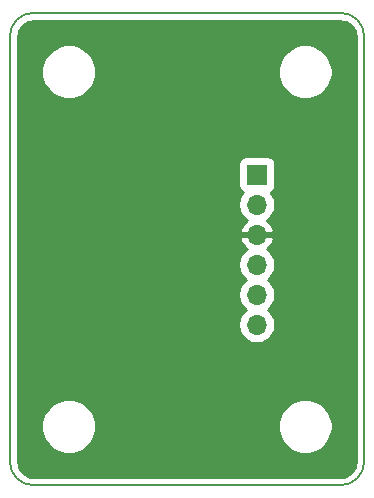
<source format=gbr>
G04 #@! TF.GenerationSoftware,KiCad,Pcbnew,5.1.6-c6e7f7d~86~ubuntu20.04.1*
G04 #@! TF.CreationDate,2020-05-17T01:17:36+03:00*
G04 #@! TF.ProjectId,PIC-ICSP-504050,5049432d-4943-4535-902d-353034303530,v1.0*
G04 #@! TF.SameCoordinates,Original*
G04 #@! TF.FileFunction,Copper,L2,Bot*
G04 #@! TF.FilePolarity,Positive*
%FSLAX46Y46*%
G04 Gerber Fmt 4.6, Leading zero omitted, Abs format (unit mm)*
G04 Created by KiCad (PCBNEW 5.1.6-c6e7f7d~86~ubuntu20.04.1) date 2020-05-17 01:17:36*
%MOMM*%
%LPD*%
G01*
G04 APERTURE LIST*
G04 #@! TA.AperFunction,Profile*
%ADD10C,0.150000*%
G04 #@! TD*
G04 #@! TA.AperFunction,ComponentPad*
%ADD11R,1.700000X1.700000*%
G04 #@! TD*
G04 #@! TA.AperFunction,ComponentPad*
%ADD12O,1.700000X1.700000*%
G04 #@! TD*
G04 #@! TA.AperFunction,Conductor*
%ADD13C,0.254000*%
G04 #@! TD*
G04 APERTURE END LIST*
D10*
X78000000Y-50000000D02*
G75*
G02*
X80000000Y-52000000I0J-2000000D01*
G01*
X80000000Y-88000000D02*
G75*
G02*
X78000000Y-90000000I-2000000J0D01*
G01*
X52000000Y-90000000D02*
G75*
G02*
X50000000Y-88000000I0J2000000D01*
G01*
X50000000Y-52000000D02*
G75*
G02*
X52000000Y-50000000I2000000J0D01*
G01*
X50000000Y-88000000D02*
X50000000Y-52000000D01*
X52000000Y-90000000D02*
X78000000Y-90000000D01*
X80000000Y-52000000D02*
X80000000Y-88000000D01*
X52000000Y-50000000D02*
X78000000Y-50000000D01*
D11*
X70900000Y-63700000D03*
D12*
X70900000Y-66240000D03*
X70900000Y-68780000D03*
X70900000Y-71320000D03*
X70900000Y-73860000D03*
X70900000Y-76400000D03*
D13*
G36*
X78249899Y-50737907D02*
G01*
X78490285Y-50810484D01*
X78711991Y-50928368D01*
X78906577Y-51087068D01*
X79066635Y-51280545D01*
X79186064Y-51501424D01*
X79260317Y-51741297D01*
X79290000Y-52023716D01*
X79290001Y-87965269D01*
X79262093Y-88249899D01*
X79189517Y-88490282D01*
X79071633Y-88711989D01*
X78912929Y-88906580D01*
X78719455Y-89066635D01*
X78498576Y-89186064D01*
X78258701Y-89260317D01*
X77976291Y-89290000D01*
X52034721Y-89290000D01*
X51750101Y-89262093D01*
X51509718Y-89189517D01*
X51288011Y-89071633D01*
X51093420Y-88912929D01*
X50933365Y-88719455D01*
X50813936Y-88498576D01*
X50739683Y-88258701D01*
X50710000Y-87976291D01*
X50710000Y-84770811D01*
X52673000Y-84770811D01*
X52673000Y-85229189D01*
X52762426Y-85678761D01*
X52937840Y-86102248D01*
X53192501Y-86483376D01*
X53516624Y-86807499D01*
X53897752Y-87062160D01*
X54321239Y-87237574D01*
X54770811Y-87327000D01*
X55229189Y-87327000D01*
X55678761Y-87237574D01*
X56102248Y-87062160D01*
X56483376Y-86807499D01*
X56807499Y-86483376D01*
X57062160Y-86102248D01*
X57237574Y-85678761D01*
X57327000Y-85229189D01*
X57327000Y-84770811D01*
X72673000Y-84770811D01*
X72673000Y-85229189D01*
X72762426Y-85678761D01*
X72937840Y-86102248D01*
X73192501Y-86483376D01*
X73516624Y-86807499D01*
X73897752Y-87062160D01*
X74321239Y-87237574D01*
X74770811Y-87327000D01*
X75229189Y-87327000D01*
X75678761Y-87237574D01*
X76102248Y-87062160D01*
X76483376Y-86807499D01*
X76807499Y-86483376D01*
X77062160Y-86102248D01*
X77237574Y-85678761D01*
X77327000Y-85229189D01*
X77327000Y-84770811D01*
X77237574Y-84321239D01*
X77062160Y-83897752D01*
X76807499Y-83516624D01*
X76483376Y-83192501D01*
X76102248Y-82937840D01*
X75678761Y-82762426D01*
X75229189Y-82673000D01*
X74770811Y-82673000D01*
X74321239Y-82762426D01*
X73897752Y-82937840D01*
X73516624Y-83192501D01*
X73192501Y-83516624D01*
X72937840Y-83897752D01*
X72762426Y-84321239D01*
X72673000Y-84770811D01*
X57327000Y-84770811D01*
X57237574Y-84321239D01*
X57062160Y-83897752D01*
X56807499Y-83516624D01*
X56483376Y-83192501D01*
X56102248Y-82937840D01*
X55678761Y-82762426D01*
X55229189Y-82673000D01*
X54770811Y-82673000D01*
X54321239Y-82762426D01*
X53897752Y-82937840D01*
X53516624Y-83192501D01*
X53192501Y-83516624D01*
X52937840Y-83897752D01*
X52762426Y-84321239D01*
X52673000Y-84770811D01*
X50710000Y-84770811D01*
X50710000Y-71164679D01*
X69323000Y-71164679D01*
X69323000Y-71475321D01*
X69383604Y-71779994D01*
X69502481Y-72066989D01*
X69675064Y-72325279D01*
X69894721Y-72544936D01*
X69962164Y-72590000D01*
X69894721Y-72635064D01*
X69675064Y-72854721D01*
X69502481Y-73113011D01*
X69383604Y-73400006D01*
X69323000Y-73704679D01*
X69323000Y-74015321D01*
X69383604Y-74319994D01*
X69502481Y-74606989D01*
X69675064Y-74865279D01*
X69894721Y-75084936D01*
X69962164Y-75130000D01*
X69894721Y-75175064D01*
X69675064Y-75394721D01*
X69502481Y-75653011D01*
X69383604Y-75940006D01*
X69323000Y-76244679D01*
X69323000Y-76555321D01*
X69383604Y-76859994D01*
X69502481Y-77146989D01*
X69675064Y-77405279D01*
X69894721Y-77624936D01*
X70153011Y-77797519D01*
X70440006Y-77916396D01*
X70744679Y-77977000D01*
X71055321Y-77977000D01*
X71359994Y-77916396D01*
X71646989Y-77797519D01*
X71905279Y-77624936D01*
X72124936Y-77405279D01*
X72297519Y-77146989D01*
X72416396Y-76859994D01*
X72477000Y-76555321D01*
X72477000Y-76244679D01*
X72416396Y-75940006D01*
X72297519Y-75653011D01*
X72124936Y-75394721D01*
X71905279Y-75175064D01*
X71837836Y-75130000D01*
X71905279Y-75084936D01*
X72124936Y-74865279D01*
X72297519Y-74606989D01*
X72416396Y-74319994D01*
X72477000Y-74015321D01*
X72477000Y-73704679D01*
X72416396Y-73400006D01*
X72297519Y-73113011D01*
X72124936Y-72854721D01*
X71905279Y-72635064D01*
X71837836Y-72590000D01*
X71905279Y-72544936D01*
X72124936Y-72325279D01*
X72297519Y-72066989D01*
X72416396Y-71779994D01*
X72477000Y-71475321D01*
X72477000Y-71164679D01*
X72416396Y-70860006D01*
X72297519Y-70573011D01*
X72124936Y-70314721D01*
X71905279Y-70095064D01*
X71752014Y-69992656D01*
X71781355Y-69975178D01*
X71997588Y-69780269D01*
X72171641Y-69546920D01*
X72296825Y-69284099D01*
X72341476Y-69136890D01*
X72220155Y-68907000D01*
X71027000Y-68907000D01*
X71027000Y-68927000D01*
X70773000Y-68927000D01*
X70773000Y-68907000D01*
X69579845Y-68907000D01*
X69458524Y-69136890D01*
X69503175Y-69284099D01*
X69628359Y-69546920D01*
X69802412Y-69780269D01*
X70018645Y-69975178D01*
X70047986Y-69992656D01*
X69894721Y-70095064D01*
X69675064Y-70314721D01*
X69502481Y-70573011D01*
X69383604Y-70860006D01*
X69323000Y-71164679D01*
X50710000Y-71164679D01*
X50710000Y-62850000D01*
X69319483Y-62850000D01*
X69319483Y-64550000D01*
X69333520Y-64692517D01*
X69375090Y-64829557D01*
X69442597Y-64955853D01*
X69533446Y-65066554D01*
X69644147Y-65157403D01*
X69714681Y-65195104D01*
X69675064Y-65234721D01*
X69502481Y-65493011D01*
X69383604Y-65780006D01*
X69323000Y-66084679D01*
X69323000Y-66395321D01*
X69383604Y-66699994D01*
X69502481Y-66986989D01*
X69675064Y-67245279D01*
X69894721Y-67464936D01*
X70047986Y-67567344D01*
X70018645Y-67584822D01*
X69802412Y-67779731D01*
X69628359Y-68013080D01*
X69503175Y-68275901D01*
X69458524Y-68423110D01*
X69579845Y-68653000D01*
X70773000Y-68653000D01*
X70773000Y-68633000D01*
X71027000Y-68633000D01*
X71027000Y-68653000D01*
X72220155Y-68653000D01*
X72341476Y-68423110D01*
X72296825Y-68275901D01*
X72171641Y-68013080D01*
X71997588Y-67779731D01*
X71781355Y-67584822D01*
X71752014Y-67567344D01*
X71905279Y-67464936D01*
X72124936Y-67245279D01*
X72297519Y-66986989D01*
X72416396Y-66699994D01*
X72477000Y-66395321D01*
X72477000Y-66084679D01*
X72416396Y-65780006D01*
X72297519Y-65493011D01*
X72124936Y-65234721D01*
X72085319Y-65195104D01*
X72155853Y-65157403D01*
X72266554Y-65066554D01*
X72357403Y-64955853D01*
X72424910Y-64829557D01*
X72466480Y-64692517D01*
X72480517Y-64550000D01*
X72480517Y-62850000D01*
X72466480Y-62707483D01*
X72424910Y-62570443D01*
X72357403Y-62444147D01*
X72266554Y-62333446D01*
X72155853Y-62242597D01*
X72029557Y-62175090D01*
X71892517Y-62133520D01*
X71750000Y-62119483D01*
X70050000Y-62119483D01*
X69907483Y-62133520D01*
X69770443Y-62175090D01*
X69644147Y-62242597D01*
X69533446Y-62333446D01*
X69442597Y-62444147D01*
X69375090Y-62570443D01*
X69333520Y-62707483D01*
X69319483Y-62850000D01*
X50710000Y-62850000D01*
X50710000Y-54770811D01*
X52673000Y-54770811D01*
X52673000Y-55229189D01*
X52762426Y-55678761D01*
X52937840Y-56102248D01*
X53192501Y-56483376D01*
X53516624Y-56807499D01*
X53897752Y-57062160D01*
X54321239Y-57237574D01*
X54770811Y-57327000D01*
X55229189Y-57327000D01*
X55678761Y-57237574D01*
X56102248Y-57062160D01*
X56483376Y-56807499D01*
X56807499Y-56483376D01*
X57062160Y-56102248D01*
X57237574Y-55678761D01*
X57327000Y-55229189D01*
X57327000Y-54770811D01*
X72673000Y-54770811D01*
X72673000Y-55229189D01*
X72762426Y-55678761D01*
X72937840Y-56102248D01*
X73192501Y-56483376D01*
X73516624Y-56807499D01*
X73897752Y-57062160D01*
X74321239Y-57237574D01*
X74770811Y-57327000D01*
X75229189Y-57327000D01*
X75678761Y-57237574D01*
X76102248Y-57062160D01*
X76483376Y-56807499D01*
X76807499Y-56483376D01*
X77062160Y-56102248D01*
X77237574Y-55678761D01*
X77327000Y-55229189D01*
X77327000Y-54770811D01*
X77237574Y-54321239D01*
X77062160Y-53897752D01*
X76807499Y-53516624D01*
X76483376Y-53192501D01*
X76102248Y-52937840D01*
X75678761Y-52762426D01*
X75229189Y-52673000D01*
X74770811Y-52673000D01*
X74321239Y-52762426D01*
X73897752Y-52937840D01*
X73516624Y-53192501D01*
X73192501Y-53516624D01*
X72937840Y-53897752D01*
X72762426Y-54321239D01*
X72673000Y-54770811D01*
X57327000Y-54770811D01*
X57237574Y-54321239D01*
X57062160Y-53897752D01*
X56807499Y-53516624D01*
X56483376Y-53192501D01*
X56102248Y-52937840D01*
X55678761Y-52762426D01*
X55229189Y-52673000D01*
X54770811Y-52673000D01*
X54321239Y-52762426D01*
X53897752Y-52937840D01*
X53516624Y-53192501D01*
X53192501Y-53516624D01*
X52937840Y-53897752D01*
X52762426Y-54321239D01*
X52673000Y-54770811D01*
X50710000Y-54770811D01*
X50710000Y-52034721D01*
X50737907Y-51750101D01*
X50810484Y-51509715D01*
X50928368Y-51288009D01*
X51087068Y-51093423D01*
X51280545Y-50933365D01*
X51501424Y-50813936D01*
X51741297Y-50739683D01*
X52023716Y-50710000D01*
X77965279Y-50710000D01*
X78249899Y-50737907D01*
G37*
X78249899Y-50737907D02*
X78490285Y-50810484D01*
X78711991Y-50928368D01*
X78906577Y-51087068D01*
X79066635Y-51280545D01*
X79186064Y-51501424D01*
X79260317Y-51741297D01*
X79290000Y-52023716D01*
X79290001Y-87965269D01*
X79262093Y-88249899D01*
X79189517Y-88490282D01*
X79071633Y-88711989D01*
X78912929Y-88906580D01*
X78719455Y-89066635D01*
X78498576Y-89186064D01*
X78258701Y-89260317D01*
X77976291Y-89290000D01*
X52034721Y-89290000D01*
X51750101Y-89262093D01*
X51509718Y-89189517D01*
X51288011Y-89071633D01*
X51093420Y-88912929D01*
X50933365Y-88719455D01*
X50813936Y-88498576D01*
X50739683Y-88258701D01*
X50710000Y-87976291D01*
X50710000Y-84770811D01*
X52673000Y-84770811D01*
X52673000Y-85229189D01*
X52762426Y-85678761D01*
X52937840Y-86102248D01*
X53192501Y-86483376D01*
X53516624Y-86807499D01*
X53897752Y-87062160D01*
X54321239Y-87237574D01*
X54770811Y-87327000D01*
X55229189Y-87327000D01*
X55678761Y-87237574D01*
X56102248Y-87062160D01*
X56483376Y-86807499D01*
X56807499Y-86483376D01*
X57062160Y-86102248D01*
X57237574Y-85678761D01*
X57327000Y-85229189D01*
X57327000Y-84770811D01*
X72673000Y-84770811D01*
X72673000Y-85229189D01*
X72762426Y-85678761D01*
X72937840Y-86102248D01*
X73192501Y-86483376D01*
X73516624Y-86807499D01*
X73897752Y-87062160D01*
X74321239Y-87237574D01*
X74770811Y-87327000D01*
X75229189Y-87327000D01*
X75678761Y-87237574D01*
X76102248Y-87062160D01*
X76483376Y-86807499D01*
X76807499Y-86483376D01*
X77062160Y-86102248D01*
X77237574Y-85678761D01*
X77327000Y-85229189D01*
X77327000Y-84770811D01*
X77237574Y-84321239D01*
X77062160Y-83897752D01*
X76807499Y-83516624D01*
X76483376Y-83192501D01*
X76102248Y-82937840D01*
X75678761Y-82762426D01*
X75229189Y-82673000D01*
X74770811Y-82673000D01*
X74321239Y-82762426D01*
X73897752Y-82937840D01*
X73516624Y-83192501D01*
X73192501Y-83516624D01*
X72937840Y-83897752D01*
X72762426Y-84321239D01*
X72673000Y-84770811D01*
X57327000Y-84770811D01*
X57237574Y-84321239D01*
X57062160Y-83897752D01*
X56807499Y-83516624D01*
X56483376Y-83192501D01*
X56102248Y-82937840D01*
X55678761Y-82762426D01*
X55229189Y-82673000D01*
X54770811Y-82673000D01*
X54321239Y-82762426D01*
X53897752Y-82937840D01*
X53516624Y-83192501D01*
X53192501Y-83516624D01*
X52937840Y-83897752D01*
X52762426Y-84321239D01*
X52673000Y-84770811D01*
X50710000Y-84770811D01*
X50710000Y-71164679D01*
X69323000Y-71164679D01*
X69323000Y-71475321D01*
X69383604Y-71779994D01*
X69502481Y-72066989D01*
X69675064Y-72325279D01*
X69894721Y-72544936D01*
X69962164Y-72590000D01*
X69894721Y-72635064D01*
X69675064Y-72854721D01*
X69502481Y-73113011D01*
X69383604Y-73400006D01*
X69323000Y-73704679D01*
X69323000Y-74015321D01*
X69383604Y-74319994D01*
X69502481Y-74606989D01*
X69675064Y-74865279D01*
X69894721Y-75084936D01*
X69962164Y-75130000D01*
X69894721Y-75175064D01*
X69675064Y-75394721D01*
X69502481Y-75653011D01*
X69383604Y-75940006D01*
X69323000Y-76244679D01*
X69323000Y-76555321D01*
X69383604Y-76859994D01*
X69502481Y-77146989D01*
X69675064Y-77405279D01*
X69894721Y-77624936D01*
X70153011Y-77797519D01*
X70440006Y-77916396D01*
X70744679Y-77977000D01*
X71055321Y-77977000D01*
X71359994Y-77916396D01*
X71646989Y-77797519D01*
X71905279Y-77624936D01*
X72124936Y-77405279D01*
X72297519Y-77146989D01*
X72416396Y-76859994D01*
X72477000Y-76555321D01*
X72477000Y-76244679D01*
X72416396Y-75940006D01*
X72297519Y-75653011D01*
X72124936Y-75394721D01*
X71905279Y-75175064D01*
X71837836Y-75130000D01*
X71905279Y-75084936D01*
X72124936Y-74865279D01*
X72297519Y-74606989D01*
X72416396Y-74319994D01*
X72477000Y-74015321D01*
X72477000Y-73704679D01*
X72416396Y-73400006D01*
X72297519Y-73113011D01*
X72124936Y-72854721D01*
X71905279Y-72635064D01*
X71837836Y-72590000D01*
X71905279Y-72544936D01*
X72124936Y-72325279D01*
X72297519Y-72066989D01*
X72416396Y-71779994D01*
X72477000Y-71475321D01*
X72477000Y-71164679D01*
X72416396Y-70860006D01*
X72297519Y-70573011D01*
X72124936Y-70314721D01*
X71905279Y-70095064D01*
X71752014Y-69992656D01*
X71781355Y-69975178D01*
X71997588Y-69780269D01*
X72171641Y-69546920D01*
X72296825Y-69284099D01*
X72341476Y-69136890D01*
X72220155Y-68907000D01*
X71027000Y-68907000D01*
X71027000Y-68927000D01*
X70773000Y-68927000D01*
X70773000Y-68907000D01*
X69579845Y-68907000D01*
X69458524Y-69136890D01*
X69503175Y-69284099D01*
X69628359Y-69546920D01*
X69802412Y-69780269D01*
X70018645Y-69975178D01*
X70047986Y-69992656D01*
X69894721Y-70095064D01*
X69675064Y-70314721D01*
X69502481Y-70573011D01*
X69383604Y-70860006D01*
X69323000Y-71164679D01*
X50710000Y-71164679D01*
X50710000Y-62850000D01*
X69319483Y-62850000D01*
X69319483Y-64550000D01*
X69333520Y-64692517D01*
X69375090Y-64829557D01*
X69442597Y-64955853D01*
X69533446Y-65066554D01*
X69644147Y-65157403D01*
X69714681Y-65195104D01*
X69675064Y-65234721D01*
X69502481Y-65493011D01*
X69383604Y-65780006D01*
X69323000Y-66084679D01*
X69323000Y-66395321D01*
X69383604Y-66699994D01*
X69502481Y-66986989D01*
X69675064Y-67245279D01*
X69894721Y-67464936D01*
X70047986Y-67567344D01*
X70018645Y-67584822D01*
X69802412Y-67779731D01*
X69628359Y-68013080D01*
X69503175Y-68275901D01*
X69458524Y-68423110D01*
X69579845Y-68653000D01*
X70773000Y-68653000D01*
X70773000Y-68633000D01*
X71027000Y-68633000D01*
X71027000Y-68653000D01*
X72220155Y-68653000D01*
X72341476Y-68423110D01*
X72296825Y-68275901D01*
X72171641Y-68013080D01*
X71997588Y-67779731D01*
X71781355Y-67584822D01*
X71752014Y-67567344D01*
X71905279Y-67464936D01*
X72124936Y-67245279D01*
X72297519Y-66986989D01*
X72416396Y-66699994D01*
X72477000Y-66395321D01*
X72477000Y-66084679D01*
X72416396Y-65780006D01*
X72297519Y-65493011D01*
X72124936Y-65234721D01*
X72085319Y-65195104D01*
X72155853Y-65157403D01*
X72266554Y-65066554D01*
X72357403Y-64955853D01*
X72424910Y-64829557D01*
X72466480Y-64692517D01*
X72480517Y-64550000D01*
X72480517Y-62850000D01*
X72466480Y-62707483D01*
X72424910Y-62570443D01*
X72357403Y-62444147D01*
X72266554Y-62333446D01*
X72155853Y-62242597D01*
X72029557Y-62175090D01*
X71892517Y-62133520D01*
X71750000Y-62119483D01*
X70050000Y-62119483D01*
X69907483Y-62133520D01*
X69770443Y-62175090D01*
X69644147Y-62242597D01*
X69533446Y-62333446D01*
X69442597Y-62444147D01*
X69375090Y-62570443D01*
X69333520Y-62707483D01*
X69319483Y-62850000D01*
X50710000Y-62850000D01*
X50710000Y-54770811D01*
X52673000Y-54770811D01*
X52673000Y-55229189D01*
X52762426Y-55678761D01*
X52937840Y-56102248D01*
X53192501Y-56483376D01*
X53516624Y-56807499D01*
X53897752Y-57062160D01*
X54321239Y-57237574D01*
X54770811Y-57327000D01*
X55229189Y-57327000D01*
X55678761Y-57237574D01*
X56102248Y-57062160D01*
X56483376Y-56807499D01*
X56807499Y-56483376D01*
X57062160Y-56102248D01*
X57237574Y-55678761D01*
X57327000Y-55229189D01*
X57327000Y-54770811D01*
X72673000Y-54770811D01*
X72673000Y-55229189D01*
X72762426Y-55678761D01*
X72937840Y-56102248D01*
X73192501Y-56483376D01*
X73516624Y-56807499D01*
X73897752Y-57062160D01*
X74321239Y-57237574D01*
X74770811Y-57327000D01*
X75229189Y-57327000D01*
X75678761Y-57237574D01*
X76102248Y-57062160D01*
X76483376Y-56807499D01*
X76807499Y-56483376D01*
X77062160Y-56102248D01*
X77237574Y-55678761D01*
X77327000Y-55229189D01*
X77327000Y-54770811D01*
X77237574Y-54321239D01*
X77062160Y-53897752D01*
X76807499Y-53516624D01*
X76483376Y-53192501D01*
X76102248Y-52937840D01*
X75678761Y-52762426D01*
X75229189Y-52673000D01*
X74770811Y-52673000D01*
X74321239Y-52762426D01*
X73897752Y-52937840D01*
X73516624Y-53192501D01*
X73192501Y-53516624D01*
X72937840Y-53897752D01*
X72762426Y-54321239D01*
X72673000Y-54770811D01*
X57327000Y-54770811D01*
X57237574Y-54321239D01*
X57062160Y-53897752D01*
X56807499Y-53516624D01*
X56483376Y-53192501D01*
X56102248Y-52937840D01*
X55678761Y-52762426D01*
X55229189Y-52673000D01*
X54770811Y-52673000D01*
X54321239Y-52762426D01*
X53897752Y-52937840D01*
X53516624Y-53192501D01*
X53192501Y-53516624D01*
X52937840Y-53897752D01*
X52762426Y-54321239D01*
X52673000Y-54770811D01*
X50710000Y-54770811D01*
X50710000Y-52034721D01*
X50737907Y-51750101D01*
X50810484Y-51509715D01*
X50928368Y-51288009D01*
X51087068Y-51093423D01*
X51280545Y-50933365D01*
X51501424Y-50813936D01*
X51741297Y-50739683D01*
X52023716Y-50710000D01*
X77965279Y-50710000D01*
X78249899Y-50737907D01*
M02*

</source>
